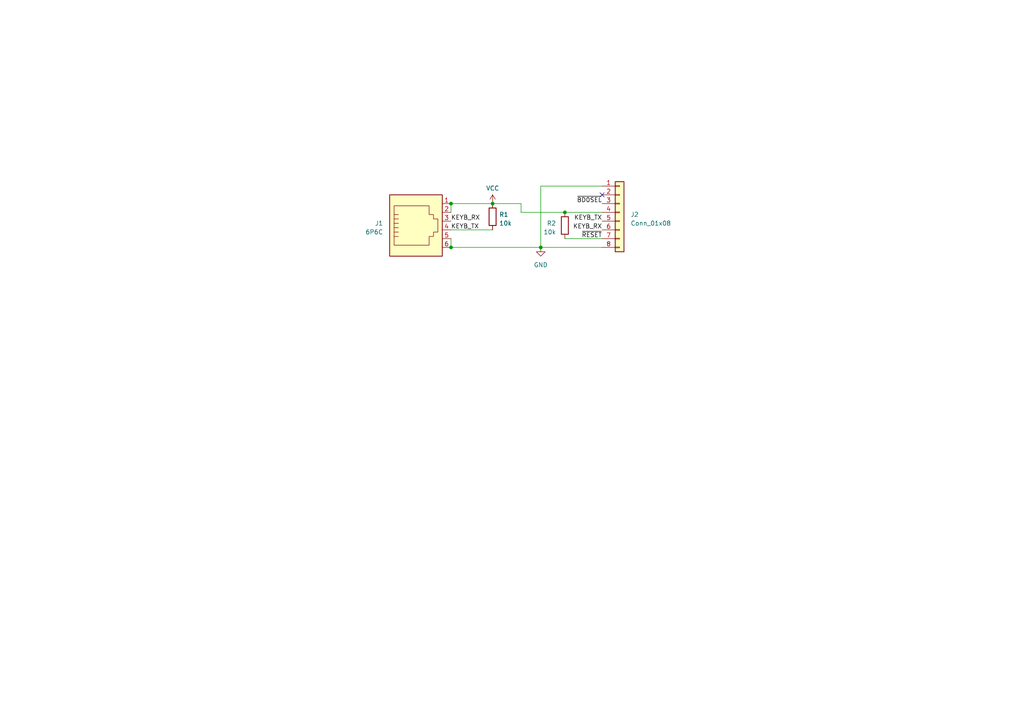
<source format=kicad_sch>
(kicad_sch (version 20210406) (generator eeschema)
  (paper "A4")
  (lib_symbols
    (symbol "Connector:6P6C" (pin_names (offset 1.016))
      (property "Reference" "J" (at -5.08 11.43 0))
      (property "Value" "6P6C" (at 2.54 11.43 0))
      (symbol "6P6C_0_1"
        (rectangle (start 7.62 10.16) (end -7.62 -7.62) (stroke (width 0.254)) (fill (type background)))
        (polyline (pts (xy -6.35 -1.905) (xy -5.08 -1.905) (xy -5.08 -1.905)))
        (polyline (pts (xy -6.35 -0.635) (xy -5.08 -0.635) (xy -5.08 -0.635)))
        (polyline (pts (xy -6.35 0.635) (xy -5.08 0.635) (xy -5.08 0.635)))
        (polyline (pts (xy -6.35 1.905) (xy -5.08 1.905) (xy -5.08 1.905)))
        (polyline (pts (xy -6.35 3.175) (xy -5.08 3.175) (xy -5.08 3.175)))
        (polyline (pts (xy -5.08 4.445) (xy -6.35 4.445) (xy -6.35 4.445)))
        (polyline (pts (xy -6.35 -4.445) (xy -6.35 6.985) (xy 3.81 6.985) (xy 3.81 4.445) (xy 5.08 4.445) (xy 5.08 3.175) (xy 6.35 3.175) (xy 6.35 -0.635) (xy 5.08 -0.635) (xy 5.08 -1.905) (xy 3.81 -1.905) (xy 3.81 -4.445) (xy -6.35 -4.445) (xy -6.35 -4.445)))
      )
      (symbol "6P6C_1_1"
        (pin passive line (at 10.16 -5.08 180) (length 2.54) (name "~") (number "1"))
        (pin passive line (at 10.16 -2.54 180) (length 2.54) (name "~") (number "2"))
        (pin passive line (at 10.16 0 180) (length 2.54) (name "~") (number "3"))
        (pin passive line (at 10.16 2.54 180) (length 2.54) (name "~") (number "4"))
        (pin passive line (at 10.16 5.08 180) (length 2.54) (name "~") (number "5"))
        (pin passive line (at 10.16 7.62 180) (length 2.54) (name "~") (number "6"))
      )
    )
    (symbol "Connector_Generic:Conn_01x08" (pin_names (offset 1.016) hide)
      (property "Reference" "J" (at 0 10.16 0))
      (property "Value" "Conn_01x08" (at 0 -12.7 0))
      (symbol "Conn_01x08_1_1"
        (rectangle (start -1.27 -10.033) (end 0 -10.287) (stroke (width 0.1524)))
        (rectangle (start -1.27 -7.493) (end 0 -7.747) (stroke (width 0.1524)))
        (rectangle (start -1.27 -4.953) (end 0 -5.207) (stroke (width 0.1524)))
        (rectangle (start -1.27 -2.413) (end 0 -2.667) (stroke (width 0.1524)))
        (rectangle (start -1.27 0.127) (end 0 -0.127) (stroke (width 0.1524)))
        (rectangle (start -1.27 2.667) (end 0 2.413) (stroke (width 0.1524)))
        (rectangle (start -1.27 5.207) (end 0 4.953) (stroke (width 0.1524)))
        (rectangle (start -1.27 7.747) (end 0 7.493) (stroke (width 0.1524)))
        (rectangle (start -1.27 8.89) (end 1.27 -11.43) (stroke (width 0.254)) (fill (type background)))
        (pin passive line (at -5.08 7.62 0) (length 3.81) (name "Pin_1") (number "1"))
        (pin passive line (at -5.08 5.08 0) (length 3.81) (name "Pin_2") (number "2"))
        (pin passive line (at -5.08 2.54 0) (length 3.81) (name "Pin_3") (number "3"))
        (pin passive line (at -5.08 0 0) (length 3.81) (name "Pin_4") (number "4"))
        (pin passive line (at -5.08 -2.54 0) (length 3.81) (name "Pin_5") (number "5"))
        (pin passive line (at -5.08 -5.08 0) (length 3.81) (name "Pin_6") (number "6"))
        (pin passive line (at -5.08 -7.62 0) (length 3.81) (name "Pin_7") (number "7"))
        (pin passive line (at -5.08 -10.16 0) (length 3.81) (name "Pin_8") (number "8"))
      )
    )
    (symbol "Device:R" (pin_numbers hide) (pin_names (offset 0))
      (property "Reference" "R" (at 2.032 0 90))
      (property "Value" "R" (at 0 0 90))
      (symbol "R_0_1"
        (rectangle (start -1.016 -2.54) (end 1.016 2.54) (stroke (width 0.254)))
      )
      (symbol "R_1_1"
        (pin passive line (at 0 3.81 270) (length 1.27) (name "~") (number "1"))
        (pin passive line (at 0 -3.81 90) (length 1.27) (name "~") (number "2"))
      )
    )
    (symbol "power:GND" (power) (pin_names (offset 0))
      (property "Value" "GND" (at 0 -3.81 0))
      (symbol "GND_0_1"
        (polyline (pts (xy 0 0) (xy 0 -1.27) (xy 1.27 -1.27) (xy 0 -2.54) (xy -1.27 -1.27) (xy 0 -1.27)))
      )
      (symbol "GND_1_1"
        (pin power_in line (at 0 0 270) (length 0) hide (name "GND") (number "1"))
      )
    )
    (symbol "power:VCC" (power) (pin_names (offset 0))
      (property "Value" "VCC" (at 0 3.81 0))
      (symbol "VCC_0_1"
        (polyline (pts (xy -0.762 1.27) (xy 0 2.54)))
        (polyline (pts (xy 0 0) (xy 0 2.54)))
        (polyline (pts (xy 0 2.54) (xy 0.762 1.27)))
      )
      (symbol "VCC_1_1"
        (pin power_in line (at 0 0 90) (length 0) hide (name "VCC") (number "1"))
      )
    )
  )
  (junction (at 130.81 59.055) (diameter 0.9144))
  (junction (at 130.81 71.755) (diameter 0.9144))
  (junction (at 142.875 59.055) (diameter 0.9144))
  (junction (at 156.845 71.755) (diameter 0.9144))
  (junction (at 163.83 61.595) (diameter 0.9144))
  (no_connect (at 174.625 56.515))
  (wire (pts (xy 130.81 59.055) (xy 130.81 61.595)))
  (wire (pts (xy 130.81 59.055) (xy 142.875 59.055)))
  (wire (pts (xy 130.81 66.675) (xy 142.875 66.675)))
  (wire (pts (xy 130.81 69.215) (xy 130.81 71.755)))
  (wire (pts (xy 130.81 71.755) (xy 156.845 71.755)))
  (wire (pts (xy 151.13 59.055) (xy 142.875 59.055)))
  (wire (pts (xy 151.13 61.595) (xy 151.13 59.055)))
  (wire (pts (xy 156.845 53.975) (xy 174.625 53.975)))
  (wire (pts (xy 156.845 71.755) (xy 156.845 53.975)))
  (wire (pts (xy 156.845 71.755) (xy 174.625 71.755)))
  (wire (pts (xy 163.83 61.595) (xy 151.13 61.595)))
  (wire (pts (xy 163.83 69.215) (xy 174.625 69.215)))
  (wire (pts (xy 174.625 61.595) (xy 163.83 61.595)))
  (label "KEYB_RX" (at 130.81 64.135 0))
  (label "KEYB_TX" (at 130.81 66.675 0))
  (label "~BD0SEL" (at 174.625 59.055 180))
  (label "KEYB_TX" (at 174.625 64.135 180))
  (label "KEYB_RX" (at 174.625 66.675 180))
  (label "~RESET" (at 174.625 69.215 180))
  (symbol (lib_id "power:VCC") (at 142.875 59.055 0) (unit 1)
    (property "Reference" "#PWR0102" (effects hide))
    (property "Value" "VCC" (at 142.875 54.61 0))
  )
  (symbol (lib_id "power:GND") (at 156.845 71.755 0) (unit 1)
    (property "Reference" "#PWR0101" (effects hide))
    (property "Value" "GND" (at 156.845 76.835 0))
  )
  (symbol (lib_id "Device:R") (at 142.875 62.865 180) (unit 1)
    (property "Reference" "R1" (at 144.78 62.2299 0) (effects (justify right)))
    (property "Value" "10k" (at 144.78 64.7699 0) (effects (justify right)))
    (property "Footprint" "Resistor_SMD:R_0603_1608Metric" (effects hide))
  )
  (symbol (lib_id "Device:R") (at 163.83 65.405 0) (unit 1)
    (property "Reference" "R2" (at 161.29 64.7699 0) (effects (justify right)))
    (property "Value" "10k" (at 161.29 67.3099 0) (effects (justify right)))
    (property "Footprint" "Resistor_SMD:R_0603_1608Metric" (effects hide))
  )
  (symbol (lib_id "Connector_Generic:Conn_01x08") (at 179.705 61.595 0) (unit 1)
    (property "Reference" "J2" (at 182.88 62.2299 0) (effects (justify left)))
    (property "Value" "Conn_01x08" (at 182.88 64.7699 0) (effects (justify left)))
    (property "Footprint" "Connector_PinHeader_2.54mm:PinHeader_1x08_P2.54mm_Vertical" (effects hide))
  )
  (symbol (lib_id "Connector:6P6C") (at 120.65 64.135 0) (mirror x) (unit 1)
    (property "Reference" "J1" (at 111.125 64.7699 0) (effects (justify right)))
    (property "Value" "6P6C" (at 111.125 67.3099 0) (effects (justify right)))
    (property "Footprint" "Connector_RJ:RJ12_Amphenol_54601" (effects hide))
  )
)
</source>
